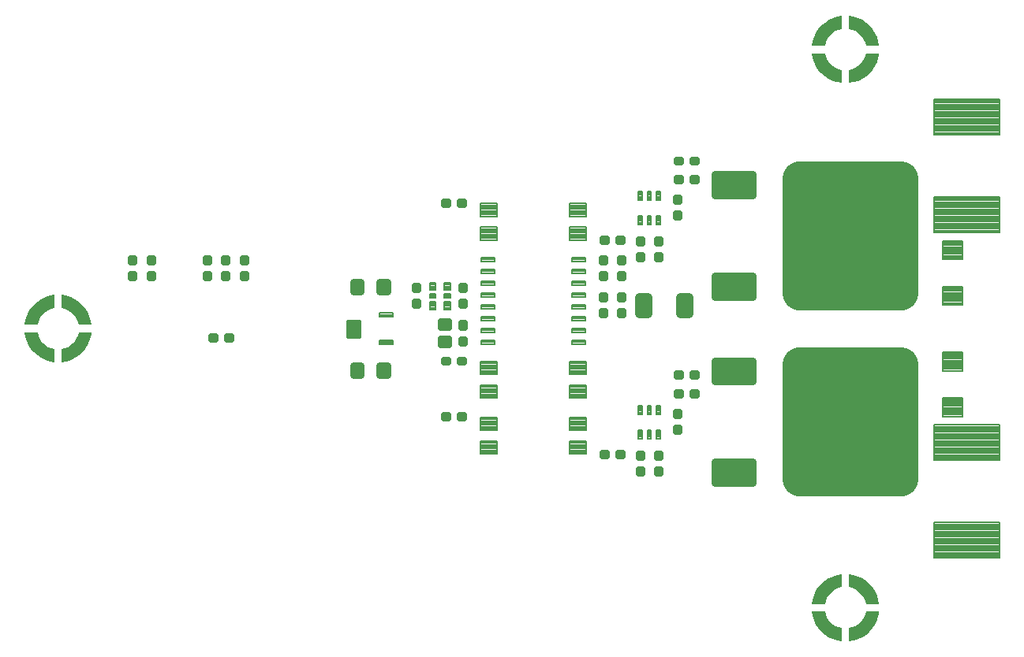
<source format=gbr>
G04 EAGLE Gerber RS-274X export*
G75*
%MOMM*%
%FSLAX34Y34*%
%LPD*%
%INSolderpaste Top*%
%IPPOS*%
%AMOC8*
5,1,8,0,0,1.08239X$1,22.5*%
G01*
%ADD10C,0.500000*%
%ADD11C,0.194400*%
%ADD12C,0.208000*%
%ADD13C,0.750000*%
%ADD14C,3.650000*%
%ADD15C,0.900000*%
%ADD16C,0.198000*%
%ADD17C,0.650000*%
%ADD18C,0.204000*%
%ADD19C,0.800000*%
%ADD20C,0.392500*%
%ADD21C,0.200000*%

G36*
X597963Y-296002D02*
X597963Y-296002D01*
X597965Y-296001D01*
X598821Y-292722D01*
X600161Y-289609D01*
X601956Y-286735D01*
X604164Y-284164D01*
X606735Y-281956D01*
X609609Y-280161D01*
X612722Y-278821D01*
X616001Y-277965D01*
X616003Y-277962D01*
X616005Y-277961D01*
X616005Y-277960D01*
X616005Y-263871D01*
X616004Y-263870D01*
X616001Y-263866D01*
X616000Y-263866D01*
X615999Y-263866D01*
X611172Y-264733D01*
X611172Y-264734D01*
X611171Y-264733D01*
X606505Y-266243D01*
X606504Y-266243D01*
X602083Y-268367D01*
X597988Y-271066D01*
X597988Y-271067D01*
X597987Y-271067D01*
X594293Y-274293D01*
X591067Y-277987D01*
X591067Y-277988D01*
X591066Y-277988D01*
X588367Y-282083D01*
X586243Y-286504D01*
X586243Y-286505D01*
X584733Y-291171D01*
X584734Y-291172D01*
X584733Y-291172D01*
X584700Y-291359D01*
X584699Y-291359D01*
X584696Y-291379D01*
X584692Y-291399D01*
X584689Y-291419D01*
X584685Y-291439D01*
X584682Y-291459D01*
X584678Y-291479D01*
X584607Y-291874D01*
X584603Y-291894D01*
X584600Y-291914D01*
X584596Y-291934D01*
X584593Y-291954D01*
X584589Y-291974D01*
X584585Y-291994D01*
X584514Y-292389D01*
X584511Y-292409D01*
X584507Y-292429D01*
X584504Y-292449D01*
X584500Y-292469D01*
X584496Y-292489D01*
X584493Y-292509D01*
X584418Y-292924D01*
X584415Y-292944D01*
X584411Y-292964D01*
X584408Y-292984D01*
X584404Y-293004D01*
X584400Y-293024D01*
X584326Y-293439D01*
X584322Y-293459D01*
X584319Y-293479D01*
X584315Y-293499D01*
X584311Y-293519D01*
X584308Y-293539D01*
X584233Y-293954D01*
X584230Y-293974D01*
X584226Y-293994D01*
X584222Y-294014D01*
X584219Y-294034D01*
X584215Y-294054D01*
X584141Y-294469D01*
X584137Y-294489D01*
X584134Y-294509D01*
X584130Y-294529D01*
X584126Y-294549D01*
X584123Y-294569D01*
X584119Y-294589D01*
X584048Y-294984D01*
X584045Y-295004D01*
X584041Y-295024D01*
X584037Y-295044D01*
X584034Y-295064D01*
X584030Y-295084D01*
X584027Y-295104D01*
X583956Y-295499D01*
X583952Y-295519D01*
X583948Y-295539D01*
X583945Y-295559D01*
X583941Y-295579D01*
X583938Y-295599D01*
X583934Y-295619D01*
X583866Y-295999D01*
X583866Y-296000D01*
X583869Y-296005D01*
X583870Y-296004D01*
X583871Y-296005D01*
X597960Y-296005D01*
X597963Y-296002D01*
G37*
G36*
X616000Y263866D02*
X616000Y263866D01*
X616005Y263869D01*
X616004Y263870D01*
X616005Y263871D01*
X616005Y277960D01*
X616002Y277963D01*
X616001Y277965D01*
X612722Y278821D01*
X609609Y280161D01*
X606735Y281956D01*
X604164Y284164D01*
X601956Y286735D01*
X600161Y289609D01*
X598821Y292722D01*
X597965Y296001D01*
X597961Y296004D01*
X597960Y296005D01*
X583871Y296005D01*
X583870Y296004D01*
X583866Y296001D01*
X583866Y296000D01*
X583866Y295999D01*
X584733Y291172D01*
X584734Y291172D01*
X584733Y291171D01*
X586243Y286505D01*
X586243Y286504D01*
X588367Y282083D01*
X591066Y277988D01*
X591067Y277988D01*
X591067Y277987D01*
X594293Y274293D01*
X597987Y271067D01*
X597988Y271067D01*
X597988Y271066D01*
X602083Y268367D01*
X606504Y266243D01*
X606505Y266243D01*
X611171Y264733D01*
X611172Y264734D01*
X611172Y264733D01*
X615999Y263866D01*
X616000Y263866D01*
G37*
G36*
X597963Y303998D02*
X597963Y303998D01*
X597965Y303999D01*
X598821Y307278D01*
X600161Y310391D01*
X601956Y313265D01*
X604164Y315836D01*
X606735Y318044D01*
X609609Y319839D01*
X612722Y321179D01*
X616001Y322035D01*
X616004Y322039D01*
X616005Y322040D01*
X616005Y336129D01*
X616005Y336130D01*
X616004Y336130D01*
X616001Y336134D01*
X616000Y336134D01*
X615999Y336134D01*
X611172Y335267D01*
X611172Y335266D01*
X611171Y335267D01*
X606505Y333757D01*
X606504Y333757D01*
X602083Y331633D01*
X597988Y328934D01*
X597988Y328933D01*
X597987Y328933D01*
X594293Y325707D01*
X591067Y322013D01*
X591067Y322012D01*
X591066Y322012D01*
X588367Y317917D01*
X586243Y313496D01*
X586243Y313495D01*
X584733Y308829D01*
X584734Y308828D01*
X584733Y308828D01*
X584729Y308805D01*
X584702Y308656D01*
X584696Y308622D01*
X584669Y308473D01*
X584669Y308472D01*
X584663Y308438D01*
X584657Y308403D01*
X584630Y308254D01*
X584624Y308219D01*
X584597Y308070D01*
X584591Y308035D01*
X584584Y308000D01*
X584558Y307851D01*
X584551Y307817D01*
X584525Y307668D01*
X584518Y307633D01*
X584512Y307598D01*
X584485Y307449D01*
X584479Y307414D01*
X584452Y307265D01*
X584446Y307230D01*
X584440Y307196D01*
X584440Y307195D01*
X584413Y307046D01*
X584407Y307012D01*
X584380Y306863D01*
X584374Y306828D01*
X584368Y306793D01*
X584341Y306644D01*
X584335Y306609D01*
X584334Y306609D01*
X584308Y306460D01*
X584301Y306425D01*
X584295Y306391D01*
X584268Y306242D01*
X584262Y306207D01*
X584256Y306172D01*
X584235Y306058D01*
X584229Y306023D01*
X584223Y305988D01*
X584196Y305839D01*
X584190Y305804D01*
X584184Y305770D01*
X584184Y305769D01*
X584157Y305620D01*
X584151Y305586D01*
X584124Y305437D01*
X584118Y305402D01*
X584111Y305367D01*
X584085Y305218D01*
X584078Y305183D01*
X584052Y305034D01*
X584051Y305034D01*
X584045Y304999D01*
X584039Y304965D01*
X584012Y304816D01*
X584012Y304815D01*
X584006Y304781D01*
X583979Y304632D01*
X583973Y304597D01*
X583967Y304562D01*
X583940Y304413D01*
X583934Y304378D01*
X583907Y304229D01*
X583901Y304194D01*
X583894Y304160D01*
X583868Y304011D01*
X583866Y304001D01*
X583866Y304000D01*
X583869Y303995D01*
X583870Y303996D01*
X583871Y303995D01*
X597960Y303995D01*
X597963Y303998D01*
G37*
G36*
X624000Y263866D02*
X624000Y263866D01*
X624001Y263866D01*
X628828Y264733D01*
X628828Y264734D01*
X628829Y264733D01*
X633495Y266243D01*
X633496Y266243D01*
X637917Y268367D01*
X642012Y271066D01*
X642012Y271067D01*
X642013Y271067D01*
X645707Y274293D01*
X648933Y277987D01*
X648933Y277988D01*
X648934Y277988D01*
X651633Y282083D01*
X653757Y286504D01*
X653757Y286505D01*
X655267Y291171D01*
X655267Y291172D01*
X655283Y291263D01*
X655289Y291298D01*
X655296Y291332D01*
X655322Y291481D01*
X655329Y291516D01*
X655355Y291665D01*
X655356Y291665D01*
X655362Y291700D01*
X655368Y291735D01*
X655395Y291884D01*
X655401Y291919D01*
X655428Y292068D01*
X655434Y292103D01*
X655440Y292137D01*
X655467Y292286D01*
X655473Y292321D01*
X655500Y292470D01*
X655506Y292505D01*
X655513Y292540D01*
X655539Y292689D01*
X655546Y292724D01*
X655572Y292873D01*
X655579Y292907D01*
X655579Y292908D01*
X655585Y292942D01*
X655612Y293091D01*
X655618Y293126D01*
X655645Y293275D01*
X655651Y293310D01*
X655657Y293345D01*
X655684Y293494D01*
X655690Y293529D01*
X655717Y293678D01*
X655723Y293712D01*
X655730Y293747D01*
X655756Y293896D01*
X655763Y293931D01*
X655789Y294080D01*
X655796Y294115D01*
X655802Y294150D01*
X655829Y294299D01*
X655835Y294333D01*
X655835Y294334D01*
X655862Y294483D01*
X655868Y294517D01*
X655874Y294552D01*
X655901Y294701D01*
X655907Y294736D01*
X655934Y294885D01*
X655940Y294920D01*
X655946Y294955D01*
X655947Y294955D01*
X655973Y295104D01*
X655980Y295138D01*
X655986Y295173D01*
X656006Y295287D01*
X656006Y295288D01*
X656013Y295322D01*
X656019Y295357D01*
X656046Y295506D01*
X656052Y295541D01*
X656058Y295576D01*
X656085Y295725D01*
X656091Y295760D01*
X656118Y295909D01*
X656124Y295943D01*
X656130Y295978D01*
X656134Y295999D01*
X656134Y296000D01*
X656131Y296005D01*
X656130Y296004D01*
X656129Y296005D01*
X642040Y296005D01*
X642037Y296002D01*
X642035Y296001D01*
X641179Y292722D01*
X639839Y289609D01*
X638044Y286735D01*
X635836Y284164D01*
X633265Y281956D01*
X630391Y280161D01*
X627278Y278821D01*
X623999Y277965D01*
X623996Y277961D01*
X623995Y277960D01*
X623995Y263871D01*
X623996Y263870D01*
X623999Y263866D01*
X624000Y263866D01*
G37*
G36*
X-220999Y-36134D02*
X-220999Y-36134D01*
X-216172Y-35267D01*
X-216172Y-35266D01*
X-216171Y-35267D01*
X-211505Y-33757D01*
X-211504Y-33757D01*
X-207083Y-31633D01*
X-202988Y-28934D01*
X-202988Y-28933D01*
X-202987Y-28933D01*
X-199293Y-25707D01*
X-196067Y-22013D01*
X-196067Y-22012D01*
X-196066Y-22012D01*
X-193367Y-17917D01*
X-191243Y-13496D01*
X-191243Y-13495D01*
X-189733Y-8829D01*
X-189734Y-8828D01*
X-189733Y-8828D01*
X-189729Y-8805D01*
X-189725Y-8785D01*
X-189722Y-8765D01*
X-189718Y-8745D01*
X-189715Y-8725D01*
X-189711Y-8705D01*
X-189707Y-8685D01*
X-189636Y-8290D01*
X-189633Y-8270D01*
X-189629Y-8250D01*
X-189626Y-8230D01*
X-189622Y-8210D01*
X-189619Y-8190D01*
X-189618Y-8190D01*
X-189615Y-8170D01*
X-189544Y-7775D01*
X-189540Y-7755D01*
X-189537Y-7735D01*
X-189533Y-7715D01*
X-189530Y-7695D01*
X-189526Y-7675D01*
X-189522Y-7655D01*
X-189448Y-7240D01*
X-189444Y-7220D01*
X-189441Y-7200D01*
X-189437Y-7180D01*
X-189433Y-7160D01*
X-189430Y-7140D01*
X-189355Y-6725D01*
X-189352Y-6705D01*
X-189348Y-6685D01*
X-189345Y-6665D01*
X-189344Y-6665D01*
X-189341Y-6645D01*
X-189337Y-6625D01*
X-189263Y-6210D01*
X-189259Y-6190D01*
X-189256Y-6170D01*
X-189252Y-6150D01*
X-189248Y-6130D01*
X-189245Y-6110D01*
X-189170Y-5695D01*
X-189167Y-5675D01*
X-189163Y-5655D01*
X-189159Y-5635D01*
X-189156Y-5615D01*
X-189152Y-5595D01*
X-189149Y-5575D01*
X-189078Y-5180D01*
X-189074Y-5160D01*
X-189071Y-5140D01*
X-189070Y-5140D01*
X-189067Y-5120D01*
X-189063Y-5100D01*
X-189060Y-5080D01*
X-189056Y-5060D01*
X-188985Y-4665D01*
X-188982Y-4645D01*
X-188978Y-4625D01*
X-188974Y-4605D01*
X-188971Y-4585D01*
X-188967Y-4565D01*
X-188964Y-4545D01*
X-188889Y-4130D01*
X-188885Y-4110D01*
X-188882Y-4090D01*
X-188878Y-4070D01*
X-188875Y-4050D01*
X-188871Y-4030D01*
X-188866Y-4001D01*
X-188866Y-4000D01*
X-188869Y-3995D01*
X-188870Y-3996D01*
X-188871Y-3995D01*
X-202960Y-3995D01*
X-202963Y-3998D01*
X-202965Y-3999D01*
X-203821Y-7278D01*
X-205161Y-10391D01*
X-206956Y-13265D01*
X-209164Y-15836D01*
X-211735Y-18044D01*
X-214609Y-19839D01*
X-217722Y-21179D01*
X-221001Y-22035D01*
X-221004Y-22039D01*
X-221005Y-22040D01*
X-221005Y-36129D01*
X-221005Y-36130D01*
X-221004Y-36130D01*
X-221001Y-36134D01*
X-221000Y-36134D01*
X-220999Y-36134D01*
G37*
G36*
X616002Y-336132D02*
X616002Y-336132D01*
X616005Y-336131D01*
X616004Y-336130D01*
X616005Y-336130D01*
X616005Y-336129D01*
X616005Y-322040D01*
X616002Y-322037D01*
X616001Y-322035D01*
X612722Y-321179D01*
X609609Y-319839D01*
X606735Y-318044D01*
X604164Y-315836D01*
X601956Y-313265D01*
X600161Y-310391D01*
X598821Y-307278D01*
X597965Y-303999D01*
X597961Y-303996D01*
X597960Y-303995D01*
X583871Y-303995D01*
X583870Y-303996D01*
X583866Y-303999D01*
X583866Y-304000D01*
X583866Y-304001D01*
X584733Y-308828D01*
X584734Y-308828D01*
X584733Y-308829D01*
X586243Y-313495D01*
X586243Y-313496D01*
X588367Y-317917D01*
X591066Y-322012D01*
X591067Y-322012D01*
X591067Y-322013D01*
X594293Y-325707D01*
X597987Y-328933D01*
X597988Y-328933D01*
X597988Y-328934D01*
X602083Y-331633D01*
X606504Y-333757D01*
X606505Y-333757D01*
X611171Y-335267D01*
X611172Y-335267D01*
X615999Y-336134D01*
X616000Y-336134D01*
X616002Y-336132D01*
G37*
G36*
X-188871Y3995D02*
X-188871Y3995D01*
X-188870Y3996D01*
X-188866Y3999D01*
X-188866Y4000D01*
X-188866Y4001D01*
X-189733Y8828D01*
X-189734Y8828D01*
X-189733Y8829D01*
X-191243Y13495D01*
X-191243Y13496D01*
X-193367Y17917D01*
X-196066Y22012D01*
X-196067Y22012D01*
X-196067Y22013D01*
X-199293Y25707D01*
X-202987Y28933D01*
X-202988Y28933D01*
X-202988Y28934D01*
X-207083Y31633D01*
X-211504Y33757D01*
X-211505Y33757D01*
X-216171Y35267D01*
X-216172Y35267D01*
X-220999Y36134D01*
X-221000Y36134D01*
X-221005Y36131D01*
X-221004Y36130D01*
X-221005Y36129D01*
X-221005Y22040D01*
X-221002Y22037D01*
X-221001Y22035D01*
X-217722Y21179D01*
X-214609Y19839D01*
X-211735Y18044D01*
X-209164Y15836D01*
X-206956Y13265D01*
X-205161Y10391D01*
X-203821Y7278D01*
X-202965Y3999D01*
X-202961Y3996D01*
X-202960Y3995D01*
X-188871Y3995D01*
X-188871Y3995D01*
G37*
G36*
X656129Y-296005D02*
X656129Y-296005D01*
X656130Y-296005D01*
X656130Y-296004D01*
X656134Y-296001D01*
X656134Y-296000D01*
X656134Y-295999D01*
X655267Y-291172D01*
X655266Y-291172D01*
X655267Y-291171D01*
X653757Y-286505D01*
X653757Y-286504D01*
X651633Y-282083D01*
X648934Y-277988D01*
X648933Y-277988D01*
X648933Y-277987D01*
X645707Y-274293D01*
X642013Y-271067D01*
X642012Y-271067D01*
X642012Y-271066D01*
X637917Y-268367D01*
X633496Y-266243D01*
X633495Y-266243D01*
X628829Y-264733D01*
X628828Y-264734D01*
X628828Y-264733D01*
X624001Y-263866D01*
X624000Y-263866D01*
X623995Y-263869D01*
X623996Y-263870D01*
X623995Y-263871D01*
X623995Y-277960D01*
X623998Y-277963D01*
X623999Y-277965D01*
X627278Y-278821D01*
X630391Y-280161D01*
X633265Y-281956D01*
X635836Y-284164D01*
X638044Y-286735D01*
X639839Y-289609D01*
X641179Y-292722D01*
X642035Y-296001D01*
X642039Y-296004D01*
X642040Y-296005D01*
X656129Y-296005D01*
X656129Y-296005D01*
G37*
G36*
X-247037Y3998D02*
X-247037Y3998D01*
X-247035Y3999D01*
X-246179Y7278D01*
X-244839Y10391D01*
X-243044Y13265D01*
X-240836Y15836D01*
X-238265Y18044D01*
X-235391Y19839D01*
X-232278Y21179D01*
X-228999Y22035D01*
X-228996Y22039D01*
X-228995Y22040D01*
X-228995Y36129D01*
X-228995Y36130D01*
X-228996Y36130D01*
X-228999Y36134D01*
X-229000Y36134D01*
X-229001Y36134D01*
X-233828Y35267D01*
X-233828Y35266D01*
X-233829Y35267D01*
X-238495Y33757D01*
X-238496Y33757D01*
X-242917Y31633D01*
X-247012Y28934D01*
X-247012Y28933D01*
X-247013Y28933D01*
X-250707Y25707D01*
X-253933Y22013D01*
X-253933Y22012D01*
X-253934Y22012D01*
X-256633Y17917D01*
X-258757Y13496D01*
X-258757Y13495D01*
X-260267Y8829D01*
X-260267Y8828D01*
X-260271Y8805D01*
X-260298Y8656D01*
X-260304Y8622D01*
X-260331Y8473D01*
X-260331Y8472D01*
X-260337Y8438D01*
X-260343Y8403D01*
X-260370Y8254D01*
X-260376Y8219D01*
X-260403Y8070D01*
X-260409Y8035D01*
X-260416Y8000D01*
X-260442Y7851D01*
X-260449Y7817D01*
X-260475Y7668D01*
X-260482Y7633D01*
X-260488Y7598D01*
X-260515Y7449D01*
X-260521Y7414D01*
X-260548Y7265D01*
X-260554Y7230D01*
X-260560Y7196D01*
X-260560Y7195D01*
X-260587Y7046D01*
X-260593Y7012D01*
X-260620Y6863D01*
X-260626Y6828D01*
X-260632Y6793D01*
X-260633Y6793D01*
X-260659Y6644D01*
X-260666Y6609D01*
X-260692Y6460D01*
X-260699Y6425D01*
X-260705Y6391D01*
X-260732Y6242D01*
X-260738Y6207D01*
X-260744Y6172D01*
X-260765Y6058D01*
X-260771Y6023D01*
X-260777Y5988D01*
X-260804Y5839D01*
X-260810Y5804D01*
X-260816Y5770D01*
X-260816Y5769D01*
X-260843Y5620D01*
X-260849Y5586D01*
X-260876Y5437D01*
X-260882Y5402D01*
X-260889Y5367D01*
X-260915Y5218D01*
X-260916Y5218D01*
X-260922Y5183D01*
X-260949Y5034D01*
X-260955Y4999D01*
X-260961Y4965D01*
X-260988Y4816D01*
X-260988Y4815D01*
X-260994Y4781D01*
X-261021Y4632D01*
X-261027Y4597D01*
X-261033Y4562D01*
X-261060Y4413D01*
X-261066Y4378D01*
X-261093Y4229D01*
X-261099Y4194D01*
X-261106Y4160D01*
X-261132Y4011D01*
X-261134Y4001D01*
X-261134Y4000D01*
X-261131Y3995D01*
X-261130Y3996D01*
X-261129Y3995D01*
X-247040Y3995D01*
X-247037Y3998D01*
G37*
G36*
X624001Y-336134D02*
X624001Y-336134D01*
X628828Y-335267D01*
X628828Y-335266D01*
X628829Y-335267D01*
X633495Y-333757D01*
X633496Y-333757D01*
X637917Y-331633D01*
X642012Y-328934D01*
X642012Y-328933D01*
X642013Y-328933D01*
X645707Y-325707D01*
X648933Y-322013D01*
X648933Y-322012D01*
X648934Y-322012D01*
X651633Y-317917D01*
X653757Y-313496D01*
X653757Y-313495D01*
X655267Y-308829D01*
X655267Y-308828D01*
X655271Y-308805D01*
X655275Y-308785D01*
X655278Y-308765D01*
X655282Y-308745D01*
X655285Y-308725D01*
X655289Y-308705D01*
X655293Y-308685D01*
X655364Y-308290D01*
X655367Y-308270D01*
X655371Y-308250D01*
X655374Y-308230D01*
X655378Y-308210D01*
X655382Y-308190D01*
X655385Y-308170D01*
X655456Y-307775D01*
X655460Y-307755D01*
X655463Y-307735D01*
X655467Y-307715D01*
X655470Y-307695D01*
X655474Y-307675D01*
X655478Y-307655D01*
X655552Y-307240D01*
X655556Y-307220D01*
X655559Y-307200D01*
X655563Y-307180D01*
X655567Y-307160D01*
X655570Y-307140D01*
X655645Y-306725D01*
X655648Y-306705D01*
X655652Y-306685D01*
X655656Y-306665D01*
X655659Y-306645D01*
X655663Y-306625D01*
X655737Y-306210D01*
X655741Y-306190D01*
X655744Y-306170D01*
X655748Y-306150D01*
X655752Y-306130D01*
X655755Y-306110D01*
X655830Y-305695D01*
X655833Y-305675D01*
X655837Y-305655D01*
X655841Y-305635D01*
X655844Y-305615D01*
X655848Y-305595D01*
X655851Y-305575D01*
X655922Y-305180D01*
X655926Y-305160D01*
X655930Y-305140D01*
X655933Y-305120D01*
X655937Y-305100D01*
X655940Y-305080D01*
X655944Y-305060D01*
X656015Y-304665D01*
X656018Y-304645D01*
X656022Y-304625D01*
X656026Y-304605D01*
X656029Y-304585D01*
X656033Y-304565D01*
X656036Y-304545D01*
X656111Y-304130D01*
X656115Y-304110D01*
X656118Y-304090D01*
X656122Y-304070D01*
X656125Y-304050D01*
X656129Y-304030D01*
X656134Y-304001D01*
X656134Y-304000D01*
X656131Y-303995D01*
X656130Y-303996D01*
X656129Y-303995D01*
X642040Y-303995D01*
X642037Y-303998D01*
X642035Y-303999D01*
X641179Y-307278D01*
X639839Y-310391D01*
X638044Y-313265D01*
X635836Y-315836D01*
X633265Y-318044D01*
X630391Y-319839D01*
X627278Y-321179D01*
X623999Y-322035D01*
X623996Y-322039D01*
X623995Y-322040D01*
X623995Y-336129D01*
X623995Y-336130D01*
X623996Y-336130D01*
X623999Y-336134D01*
X624000Y-336134D01*
X624001Y-336134D01*
G37*
G36*
X-228998Y-36132D02*
X-228998Y-36132D01*
X-228995Y-36131D01*
X-228996Y-36130D01*
X-228995Y-36130D01*
X-228995Y-36129D01*
X-228995Y-22040D01*
X-228998Y-22037D01*
X-228999Y-22035D01*
X-232278Y-21179D01*
X-235391Y-19839D01*
X-238265Y-18044D01*
X-240836Y-15836D01*
X-243044Y-13265D01*
X-244839Y-10391D01*
X-246179Y-7278D01*
X-247035Y-3999D01*
X-247039Y-3996D01*
X-247040Y-3995D01*
X-261129Y-3995D01*
X-261130Y-3995D01*
X-261130Y-3996D01*
X-261134Y-3999D01*
X-261134Y-4000D01*
X-261134Y-4001D01*
X-260267Y-8828D01*
X-260266Y-8828D01*
X-260267Y-8829D01*
X-258757Y-13495D01*
X-258757Y-13496D01*
X-256633Y-17917D01*
X-253934Y-22012D01*
X-253933Y-22012D01*
X-253933Y-22013D01*
X-250707Y-25707D01*
X-247013Y-28933D01*
X-247012Y-28933D01*
X-247012Y-28934D01*
X-242917Y-31633D01*
X-238496Y-33757D01*
X-238495Y-33757D01*
X-233829Y-35267D01*
X-233828Y-35267D01*
X-229001Y-36134D01*
X-229000Y-36134D01*
X-228998Y-36132D01*
G37*
G36*
X656129Y303995D02*
X656129Y303995D01*
X656130Y303995D01*
X656130Y303996D01*
X656134Y303999D01*
X656134Y304000D01*
X656134Y304001D01*
X655267Y308828D01*
X655266Y308828D01*
X655267Y308829D01*
X653757Y313495D01*
X653757Y313496D01*
X651633Y317917D01*
X648934Y322012D01*
X648933Y322012D01*
X648933Y322013D01*
X645707Y325707D01*
X642013Y328933D01*
X642012Y328933D01*
X642012Y328934D01*
X637917Y331633D01*
X633496Y333757D01*
X633495Y333757D01*
X628829Y335267D01*
X628828Y335267D01*
X624001Y336134D01*
X624000Y336134D01*
X623995Y336131D01*
X623996Y336130D01*
X623995Y336129D01*
X623995Y322040D01*
X623998Y322037D01*
X623999Y322035D01*
X627278Y321179D01*
X630391Y319839D01*
X633265Y318044D01*
X635836Y315836D01*
X638044Y313265D01*
X639839Y310391D01*
X641179Y307278D01*
X642035Y303999D01*
X642039Y303996D01*
X642040Y303995D01*
X656129Y303995D01*
X656129Y303995D01*
G37*
D10*
X-44500Y-7500D02*
X-38500Y-7500D01*
X-38500Y-12500D01*
X-44500Y-12500D01*
X-44500Y-7500D01*
X-44500Y-7750D02*
X-38500Y-7750D01*
X-55500Y-7500D02*
X-61500Y-7500D01*
X-55500Y-7500D02*
X-55500Y-12500D01*
X-61500Y-12500D01*
X-61500Y-7500D01*
X-61500Y-7750D02*
X-55500Y-7750D01*
X377500Y30500D02*
X377500Y36500D01*
X382500Y36500D01*
X382500Y30500D01*
X377500Y30500D01*
X377500Y35250D02*
X382500Y35250D01*
X377500Y19500D02*
X377500Y13500D01*
X377500Y19500D02*
X382500Y19500D01*
X382500Y13500D01*
X377500Y13500D01*
X377500Y18250D02*
X382500Y18250D01*
X438500Y177500D02*
X444500Y177500D01*
X438500Y177500D02*
X438500Y182500D01*
X444500Y182500D01*
X444500Y177500D01*
X444500Y182250D02*
X438500Y182250D01*
X455500Y177500D02*
X461500Y177500D01*
X455500Y177500D02*
X455500Y182500D01*
X461500Y182500D01*
X461500Y177500D01*
X461500Y182250D02*
X455500Y182250D01*
X444500Y157500D02*
X438500Y157500D01*
X438500Y162500D01*
X444500Y162500D01*
X444500Y157500D01*
X444500Y162250D02*
X438500Y162250D01*
X455500Y157500D02*
X461500Y157500D01*
X455500Y157500D02*
X455500Y162500D01*
X461500Y162500D01*
X461500Y157500D01*
X461500Y162250D02*
X455500Y162250D01*
D11*
X724672Y45328D02*
X724672Y25672D01*
X724672Y45328D02*
X745328Y45328D01*
X745328Y25672D01*
X724672Y25672D01*
X724672Y27519D02*
X745328Y27519D01*
X745328Y29366D02*
X724672Y29366D01*
X724672Y31213D02*
X745328Y31213D01*
X745328Y33060D02*
X724672Y33060D01*
X724672Y34907D02*
X745328Y34907D01*
X745328Y36754D02*
X724672Y36754D01*
X724672Y38601D02*
X745328Y38601D01*
X745328Y40448D02*
X724672Y40448D01*
X724672Y42295D02*
X745328Y42295D01*
X745328Y44142D02*
X724672Y44142D01*
X724672Y74672D02*
X724672Y94328D01*
X745328Y94328D01*
X745328Y74672D01*
X724672Y74672D01*
X724672Y76519D02*
X745328Y76519D01*
X745328Y78366D02*
X724672Y78366D01*
X724672Y80213D02*
X745328Y80213D01*
X745328Y82060D02*
X724672Y82060D01*
X724672Y83907D02*
X745328Y83907D01*
X745328Y85754D02*
X724672Y85754D01*
X724672Y87601D02*
X745328Y87601D01*
X745328Y89448D02*
X724672Y89448D01*
X724672Y91295D02*
X745328Y91295D01*
X745328Y93142D02*
X724672Y93142D01*
D12*
X228340Y120740D02*
X228340Y134660D01*
X246260Y134660D01*
X246260Y120740D01*
X228340Y120740D01*
X228340Y122716D02*
X246260Y122716D01*
X246260Y124692D02*
X228340Y124692D01*
X228340Y126668D02*
X246260Y126668D01*
X246260Y128644D02*
X228340Y128644D01*
X228340Y130620D02*
X246260Y130620D01*
X246260Y132596D02*
X228340Y132596D01*
X228340Y134572D02*
X246260Y134572D01*
X228340Y109260D02*
X228340Y95340D01*
X228340Y109260D02*
X246260Y109260D01*
X246260Y95340D01*
X228340Y95340D01*
X228340Y97316D02*
X246260Y97316D01*
X246260Y99292D02*
X228340Y99292D01*
X228340Y101268D02*
X246260Y101268D01*
X246260Y103244D02*
X228340Y103244D01*
X228340Y105220D02*
X246260Y105220D01*
X246260Y107196D02*
X228340Y107196D01*
X228340Y109172D02*
X246260Y109172D01*
X341660Y109260D02*
X341660Y95340D01*
X323740Y95340D01*
X323740Y109260D01*
X341660Y109260D01*
X341660Y97316D02*
X323740Y97316D01*
X323740Y99292D02*
X341660Y99292D01*
X341660Y101268D02*
X323740Y101268D01*
X323740Y103244D02*
X341660Y103244D01*
X341660Y105220D02*
X323740Y105220D01*
X323740Y107196D02*
X341660Y107196D01*
X341660Y109172D02*
X323740Y109172D01*
X341660Y120740D02*
X341660Y134660D01*
X341660Y120740D02*
X323740Y120740D01*
X323740Y134660D01*
X341660Y134660D01*
X341660Y122716D02*
X323740Y122716D01*
X323740Y124692D02*
X341660Y124692D01*
X341660Y126668D02*
X323740Y126668D01*
X323740Y128644D02*
X341660Y128644D01*
X341660Y130620D02*
X323740Y130620D01*
X323740Y132596D02*
X341660Y132596D01*
X341660Y134572D02*
X323740Y134572D01*
D10*
X438500Y-52500D02*
X444500Y-52500D01*
X438500Y-52500D02*
X438500Y-47500D01*
X444500Y-47500D01*
X444500Y-52500D01*
X444500Y-47750D02*
X438500Y-47750D01*
X455500Y-52500D02*
X461500Y-52500D01*
X455500Y-52500D02*
X455500Y-47500D01*
X461500Y-47500D01*
X461500Y-52500D01*
X461500Y-47750D02*
X455500Y-47750D01*
X444500Y-72500D02*
X438500Y-72500D01*
X438500Y-67500D01*
X444500Y-67500D01*
X444500Y-72500D01*
X444500Y-67750D02*
X438500Y-67750D01*
X455500Y-72500D02*
X461500Y-72500D01*
X455500Y-72500D02*
X455500Y-67500D01*
X461500Y-67500D01*
X461500Y-72500D01*
X461500Y-67750D02*
X455500Y-67750D01*
D11*
X745328Y-45328D02*
X745328Y-25672D01*
X745328Y-45328D02*
X724672Y-45328D01*
X724672Y-25672D01*
X745328Y-25672D01*
X745328Y-43481D02*
X724672Y-43481D01*
X724672Y-41634D02*
X745328Y-41634D01*
X745328Y-39787D02*
X724672Y-39787D01*
X724672Y-37940D02*
X745328Y-37940D01*
X745328Y-36093D02*
X724672Y-36093D01*
X724672Y-34246D02*
X745328Y-34246D01*
X745328Y-32399D02*
X724672Y-32399D01*
X724672Y-30552D02*
X745328Y-30552D01*
X745328Y-28705D02*
X724672Y-28705D01*
X724672Y-26858D02*
X745328Y-26858D01*
X745328Y-74672D02*
X745328Y-94328D01*
X724672Y-94328D01*
X724672Y-74672D01*
X745328Y-74672D01*
X745328Y-92481D02*
X724672Y-92481D01*
X724672Y-90634D02*
X745328Y-90634D01*
X745328Y-88787D02*
X724672Y-88787D01*
X724672Y-86940D02*
X745328Y-86940D01*
X745328Y-85093D02*
X724672Y-85093D01*
X724672Y-83246D02*
X745328Y-83246D01*
X745328Y-81399D02*
X724672Y-81399D01*
X724672Y-79552D02*
X745328Y-79552D01*
X745328Y-77705D02*
X724672Y-77705D01*
X724672Y-75858D02*
X745328Y-75858D01*
D12*
X228340Y-95340D02*
X228340Y-109260D01*
X228340Y-95340D02*
X246260Y-95340D01*
X246260Y-109260D01*
X228340Y-109260D01*
X228340Y-107284D02*
X246260Y-107284D01*
X246260Y-105308D02*
X228340Y-105308D01*
X228340Y-103332D02*
X246260Y-103332D01*
X246260Y-101356D02*
X228340Y-101356D01*
X228340Y-99380D02*
X246260Y-99380D01*
X246260Y-97404D02*
X228340Y-97404D01*
X228340Y-95428D02*
X246260Y-95428D01*
X228340Y-120740D02*
X228340Y-134660D01*
X228340Y-120740D02*
X246260Y-120740D01*
X246260Y-134660D01*
X228340Y-134660D01*
X228340Y-132684D02*
X246260Y-132684D01*
X246260Y-130708D02*
X228340Y-130708D01*
X228340Y-128732D02*
X246260Y-128732D01*
X246260Y-126756D02*
X228340Y-126756D01*
X228340Y-124780D02*
X246260Y-124780D01*
X246260Y-122804D02*
X228340Y-122804D01*
X228340Y-120828D02*
X246260Y-120828D01*
X341660Y-120740D02*
X341660Y-134660D01*
X323740Y-134660D01*
X323740Y-120740D01*
X341660Y-120740D01*
X341660Y-132684D02*
X323740Y-132684D01*
X323740Y-130708D02*
X341660Y-130708D01*
X341660Y-128732D02*
X323740Y-128732D01*
X323740Y-126756D02*
X341660Y-126756D01*
X341660Y-124780D02*
X323740Y-124780D01*
X323740Y-122804D02*
X341660Y-122804D01*
X341660Y-120828D02*
X323740Y-120828D01*
X341660Y-109260D02*
X341660Y-95340D01*
X341660Y-109260D02*
X323740Y-109260D01*
X323740Y-95340D01*
X341660Y-95340D01*
X341660Y-107284D02*
X323740Y-107284D01*
X323740Y-105308D02*
X341660Y-105308D01*
X341660Y-103332D02*
X323740Y-103332D01*
X323740Y-101356D02*
X341660Y-101356D01*
X341660Y-99380D02*
X323740Y-99380D01*
X323740Y-97404D02*
X341660Y-97404D01*
X341660Y-95428D02*
X323740Y-95428D01*
D10*
X-27500Y70500D02*
X-27500Y76500D01*
X-22500Y76500D01*
X-22500Y70500D01*
X-27500Y70500D01*
X-27500Y75250D02*
X-22500Y75250D01*
X-27500Y59500D02*
X-27500Y53500D01*
X-27500Y59500D02*
X-22500Y59500D01*
X-22500Y53500D01*
X-27500Y53500D01*
X-27500Y58250D02*
X-22500Y58250D01*
D13*
X479750Y56750D02*
X520250Y56750D01*
X520250Y34250D01*
X479750Y34250D01*
X479750Y56750D01*
X479750Y41375D02*
X520250Y41375D01*
X520250Y48500D02*
X479750Y48500D01*
X479750Y55625D02*
X520250Y55625D01*
X520250Y165750D02*
X479750Y165750D01*
X520250Y165750D02*
X520250Y143250D01*
X479750Y143250D01*
X479750Y165750D01*
X479750Y150375D02*
X520250Y150375D01*
X520250Y157500D02*
X479750Y157500D01*
X479750Y164625D02*
X520250Y164625D01*
D14*
X570250Y161750D02*
X679750Y161750D01*
X679750Y38250D01*
X570250Y38250D01*
X570250Y161750D01*
X570250Y72925D02*
X679750Y72925D01*
X679750Y107600D02*
X570250Y107600D01*
X570250Y142275D02*
X679750Y142275D01*
D13*
X520250Y-143250D02*
X479750Y-143250D01*
X520250Y-143250D02*
X520250Y-165750D01*
X479750Y-165750D01*
X479750Y-143250D01*
X479750Y-158625D02*
X520250Y-158625D01*
X520250Y-151500D02*
X479750Y-151500D01*
X479750Y-144375D02*
X520250Y-144375D01*
X520250Y-34250D02*
X479750Y-34250D01*
X520250Y-34250D02*
X520250Y-56750D01*
X479750Y-56750D01*
X479750Y-34250D01*
X479750Y-49625D02*
X520250Y-49625D01*
X520250Y-42500D02*
X479750Y-42500D01*
X479750Y-35375D02*
X520250Y-35375D01*
D14*
X570250Y-38250D02*
X679750Y-38250D01*
X679750Y-161750D01*
X570250Y-161750D01*
X570250Y-38250D01*
X570250Y-127075D02*
X679750Y-127075D01*
X679750Y-92400D02*
X570250Y-92400D01*
X570250Y-57725D02*
X679750Y-57725D01*
D15*
X407500Y16000D02*
X398500Y16000D01*
X398500Y34000D01*
X407500Y34000D01*
X407500Y16000D01*
X407500Y24550D02*
X398500Y24550D01*
X398500Y33100D02*
X407500Y33100D01*
X442500Y16000D02*
X451500Y16000D01*
X442500Y16000D02*
X442500Y34000D01*
X451500Y34000D01*
X451500Y16000D01*
X451500Y24550D02*
X442500Y24550D01*
X442500Y33100D02*
X451500Y33100D01*
D10*
X442500Y118500D02*
X442500Y124500D01*
X442500Y118500D02*
X437500Y118500D01*
X437500Y124500D01*
X442500Y124500D01*
X442500Y123250D02*
X437500Y123250D01*
X442500Y135500D02*
X442500Y141500D01*
X442500Y135500D02*
X437500Y135500D01*
X437500Y141500D01*
X442500Y141500D01*
X442500Y140250D02*
X437500Y140250D01*
X442500Y-105500D02*
X442500Y-111500D01*
X437500Y-111500D01*
X437500Y-105500D01*
X442500Y-105500D01*
X442500Y-106750D02*
X437500Y-106750D01*
X442500Y-94500D02*
X442500Y-88500D01*
X442500Y-94500D02*
X437500Y-94500D01*
X437500Y-88500D01*
X442500Y-88500D01*
X442500Y-89750D02*
X437500Y-89750D01*
X194500Y132500D02*
X188500Y132500D01*
X188500Y137500D01*
X194500Y137500D01*
X194500Y132500D01*
X194500Y137250D02*
X188500Y137250D01*
X205500Y132500D02*
X211500Y132500D01*
X205500Y132500D02*
X205500Y137500D01*
X211500Y137500D01*
X211500Y132500D01*
X211500Y137250D02*
X205500Y137250D01*
X194500Y-97500D02*
X188500Y-97500D01*
X188500Y-92500D01*
X194500Y-92500D01*
X194500Y-97500D01*
X194500Y-92750D02*
X188500Y-92750D01*
X205500Y-97500D02*
X211500Y-97500D01*
X205500Y-97500D02*
X205500Y-92500D01*
X211500Y-92500D01*
X211500Y-97500D01*
X211500Y-92750D02*
X205500Y-92750D01*
D16*
X402010Y111990D02*
X402010Y121010D01*
X402010Y111990D02*
X397990Y111990D01*
X397990Y121010D01*
X402010Y121010D01*
X402010Y113871D02*
X397990Y113871D01*
X397990Y115752D02*
X402010Y115752D01*
X402010Y117633D02*
X397990Y117633D01*
X397990Y119514D02*
X402010Y119514D01*
X411510Y121010D02*
X411510Y111990D01*
X407490Y111990D01*
X407490Y121010D01*
X411510Y121010D01*
X411510Y113871D02*
X407490Y113871D01*
X407490Y115752D02*
X411510Y115752D01*
X411510Y117633D02*
X407490Y117633D01*
X407490Y119514D02*
X411510Y119514D01*
X421010Y121010D02*
X421010Y111990D01*
X416990Y111990D01*
X416990Y121010D01*
X421010Y121010D01*
X421010Y113871D02*
X416990Y113871D01*
X416990Y115752D02*
X421010Y115752D01*
X421010Y117633D02*
X416990Y117633D01*
X416990Y119514D02*
X421010Y119514D01*
X421010Y137990D02*
X421010Y147010D01*
X421010Y137990D02*
X416990Y137990D01*
X416990Y147010D01*
X421010Y147010D01*
X421010Y139871D02*
X416990Y139871D01*
X416990Y141752D02*
X421010Y141752D01*
X421010Y143633D02*
X416990Y143633D01*
X416990Y145514D02*
X421010Y145514D01*
X411510Y147010D02*
X411510Y137990D01*
X407490Y137990D01*
X407490Y147010D01*
X411510Y147010D01*
X411510Y139871D02*
X407490Y139871D01*
X407490Y141752D02*
X411510Y141752D01*
X411510Y143633D02*
X407490Y143633D01*
X407490Y145514D02*
X411510Y145514D01*
X402010Y147010D02*
X402010Y137990D01*
X397990Y137990D01*
X397990Y147010D01*
X402010Y147010D01*
X402010Y139871D02*
X397990Y139871D01*
X397990Y141752D02*
X402010Y141752D01*
X402010Y143633D02*
X397990Y143633D01*
X397990Y145514D02*
X402010Y145514D01*
X402010Y-108990D02*
X402010Y-118010D01*
X397990Y-118010D01*
X397990Y-108990D01*
X402010Y-108990D01*
X402010Y-116129D02*
X397990Y-116129D01*
X397990Y-114248D02*
X402010Y-114248D01*
X402010Y-112367D02*
X397990Y-112367D01*
X397990Y-110486D02*
X402010Y-110486D01*
X411510Y-108990D02*
X411510Y-118010D01*
X407490Y-118010D01*
X407490Y-108990D01*
X411510Y-108990D01*
X411510Y-116129D02*
X407490Y-116129D01*
X407490Y-114248D02*
X411510Y-114248D01*
X411510Y-112367D02*
X407490Y-112367D01*
X407490Y-110486D02*
X411510Y-110486D01*
X421010Y-108990D02*
X421010Y-118010D01*
X416990Y-118010D01*
X416990Y-108990D01*
X421010Y-108990D01*
X421010Y-116129D02*
X416990Y-116129D01*
X416990Y-114248D02*
X421010Y-114248D01*
X421010Y-112367D02*
X416990Y-112367D01*
X416990Y-110486D02*
X421010Y-110486D01*
X421010Y-92010D02*
X421010Y-82990D01*
X421010Y-92010D02*
X416990Y-92010D01*
X416990Y-82990D01*
X421010Y-82990D01*
X421010Y-90129D02*
X416990Y-90129D01*
X416990Y-88248D02*
X421010Y-88248D01*
X421010Y-86367D02*
X416990Y-86367D01*
X416990Y-84486D02*
X421010Y-84486D01*
X411510Y-82990D02*
X411510Y-92010D01*
X407490Y-92010D01*
X407490Y-82990D01*
X411510Y-82990D01*
X411510Y-90129D02*
X407490Y-90129D01*
X407490Y-88248D02*
X411510Y-88248D01*
X411510Y-86367D02*
X407490Y-86367D01*
X407490Y-84486D02*
X411510Y-84486D01*
X402010Y-82990D02*
X402010Y-92010D01*
X397990Y-92010D01*
X397990Y-82990D01*
X402010Y-82990D01*
X402010Y-90129D02*
X397990Y-90129D01*
X397990Y-88248D02*
X402010Y-88248D01*
X402010Y-86367D02*
X397990Y-86367D01*
X397990Y-84486D02*
X402010Y-84486D01*
D10*
X422500Y73500D02*
X422500Y79500D01*
X422500Y73500D02*
X417500Y73500D01*
X417500Y79500D01*
X422500Y79500D01*
X422500Y78250D02*
X417500Y78250D01*
X422500Y90500D02*
X422500Y96500D01*
X422500Y90500D02*
X417500Y90500D01*
X417500Y96500D01*
X422500Y96500D01*
X422500Y95250D02*
X417500Y95250D01*
X422500Y-150500D02*
X422500Y-156500D01*
X417500Y-156500D01*
X417500Y-150500D01*
X422500Y-150500D01*
X422500Y-151750D02*
X417500Y-151750D01*
X422500Y-139500D02*
X422500Y-133500D01*
X422500Y-139500D02*
X417500Y-139500D01*
X417500Y-133500D01*
X422500Y-133500D01*
X422500Y-134750D02*
X417500Y-134750D01*
X364500Y92500D02*
X358500Y92500D01*
X358500Y97500D01*
X364500Y97500D01*
X364500Y92500D01*
X364500Y97250D02*
X358500Y97250D01*
X375500Y92500D02*
X381500Y92500D01*
X375500Y92500D02*
X375500Y97500D01*
X381500Y97500D01*
X381500Y92500D01*
X381500Y97250D02*
X375500Y97250D01*
X364500Y-137500D02*
X358500Y-137500D01*
X358500Y-132500D01*
X364500Y-132500D01*
X364500Y-137500D01*
X364500Y-132750D02*
X358500Y-132750D01*
X375500Y-137500D02*
X381500Y-137500D01*
X375500Y-137500D02*
X375500Y-132500D01*
X381500Y-132500D01*
X381500Y-137500D01*
X381500Y-132750D02*
X375500Y-132750D01*
X397500Y90500D02*
X397500Y96500D01*
X402500Y96500D01*
X402500Y90500D01*
X397500Y90500D01*
X397500Y95250D02*
X402500Y95250D01*
X397500Y79500D02*
X397500Y73500D01*
X397500Y79500D02*
X402500Y79500D01*
X402500Y73500D01*
X397500Y73500D01*
X397500Y78250D02*
X402500Y78250D01*
X397500Y-133500D02*
X397500Y-139500D01*
X397500Y-133500D02*
X402500Y-133500D01*
X402500Y-139500D01*
X397500Y-139500D01*
X397500Y-134750D02*
X402500Y-134750D01*
X397500Y-150500D02*
X397500Y-156500D01*
X397500Y-150500D02*
X402500Y-150500D01*
X402500Y-156500D01*
X397500Y-156500D01*
X397500Y-151750D02*
X402500Y-151750D01*
X-47500Y70500D02*
X-47500Y76500D01*
X-42500Y76500D01*
X-42500Y70500D01*
X-47500Y70500D01*
X-47500Y75250D02*
X-42500Y75250D01*
X-47500Y59500D02*
X-47500Y53500D01*
X-47500Y59500D02*
X-42500Y59500D01*
X-42500Y53500D01*
X-47500Y53500D01*
X-47500Y58250D02*
X-42500Y58250D01*
X-147500Y70500D02*
X-147500Y76500D01*
X-142500Y76500D01*
X-142500Y70500D01*
X-147500Y70500D01*
X-147500Y75250D02*
X-142500Y75250D01*
X-147500Y59500D02*
X-147500Y53500D01*
X-147500Y59500D02*
X-142500Y59500D01*
X-142500Y53500D01*
X-147500Y53500D01*
X-147500Y58250D02*
X-142500Y58250D01*
X-62500Y59500D02*
X-62500Y53500D01*
X-67500Y53500D01*
X-67500Y59500D01*
X-62500Y59500D01*
X-62500Y58250D02*
X-67500Y58250D01*
X-62500Y70500D02*
X-62500Y76500D01*
X-62500Y70500D02*
X-67500Y70500D01*
X-67500Y76500D01*
X-62500Y76500D01*
X-62500Y75250D02*
X-67500Y75250D01*
D16*
X326490Y-12440D02*
X326490Y-16460D01*
X326490Y-12440D02*
X341010Y-12440D01*
X341010Y-16460D01*
X326490Y-16460D01*
X326490Y-14579D02*
X341010Y-14579D01*
X341010Y-12698D02*
X326490Y-12698D01*
X326490Y-3760D02*
X326490Y260D01*
X341010Y260D01*
X341010Y-3760D01*
X326490Y-3760D01*
X326490Y-1879D02*
X341010Y-1879D01*
X341010Y2D02*
X326490Y2D01*
X326490Y8940D02*
X326490Y12960D01*
X341010Y12960D01*
X341010Y8940D01*
X326490Y8940D01*
X326490Y10821D02*
X341010Y10821D01*
X341010Y12702D02*
X326490Y12702D01*
X326490Y21640D02*
X326490Y25660D01*
X341010Y25660D01*
X341010Y21640D01*
X326490Y21640D01*
X326490Y23521D02*
X341010Y23521D01*
X341010Y25402D02*
X326490Y25402D01*
X326490Y34340D02*
X326490Y38360D01*
X341010Y38360D01*
X341010Y34340D01*
X326490Y34340D01*
X326490Y36221D02*
X341010Y36221D01*
X341010Y38102D02*
X326490Y38102D01*
X326490Y47040D02*
X326490Y51060D01*
X341010Y51060D01*
X341010Y47040D01*
X326490Y47040D01*
X326490Y48921D02*
X341010Y48921D01*
X341010Y50802D02*
X326490Y50802D01*
X326490Y59740D02*
X326490Y63760D01*
X341010Y63760D01*
X341010Y59740D01*
X326490Y59740D01*
X326490Y61621D02*
X341010Y61621D01*
X341010Y63502D02*
X326490Y63502D01*
X326490Y72440D02*
X326490Y76460D01*
X341010Y76460D01*
X341010Y72440D01*
X326490Y72440D01*
X326490Y74321D02*
X341010Y74321D01*
X341010Y76202D02*
X326490Y76202D01*
X228990Y76460D02*
X228990Y72440D01*
X228990Y76460D02*
X243510Y76460D01*
X243510Y72440D01*
X228990Y72440D01*
X228990Y74321D02*
X243510Y74321D01*
X243510Y76202D02*
X228990Y76202D01*
X228990Y63760D02*
X228990Y59740D01*
X228990Y63760D02*
X243510Y63760D01*
X243510Y59740D01*
X228990Y59740D01*
X228990Y61621D02*
X243510Y61621D01*
X243510Y63502D02*
X228990Y63502D01*
X228990Y51060D02*
X228990Y47040D01*
X228990Y51060D02*
X243510Y51060D01*
X243510Y47040D01*
X228990Y47040D01*
X228990Y48921D02*
X243510Y48921D01*
X243510Y50802D02*
X228990Y50802D01*
X228990Y38360D02*
X228990Y34340D01*
X228990Y38360D02*
X243510Y38360D01*
X243510Y34340D01*
X228990Y34340D01*
X228990Y36221D02*
X243510Y36221D01*
X243510Y38102D02*
X228990Y38102D01*
X228990Y25660D02*
X228990Y21640D01*
X228990Y25660D02*
X243510Y25660D01*
X243510Y21640D01*
X228990Y21640D01*
X228990Y23521D02*
X243510Y23521D01*
X243510Y25402D02*
X228990Y25402D01*
X228990Y12960D02*
X228990Y8940D01*
X228990Y12960D02*
X243510Y12960D01*
X243510Y8940D01*
X228990Y8940D01*
X228990Y10821D02*
X243510Y10821D01*
X243510Y12702D02*
X228990Y12702D01*
X228990Y260D02*
X228990Y-3760D01*
X228990Y260D02*
X243510Y260D01*
X243510Y-3760D01*
X228990Y-3760D01*
X228990Y-1879D02*
X243510Y-1879D01*
X243510Y2D02*
X228990Y2D01*
X228990Y-12440D02*
X228990Y-16460D01*
X228990Y-12440D02*
X243510Y-12440D01*
X243510Y-16460D01*
X228990Y-16460D01*
X228990Y-14579D02*
X243510Y-14579D01*
X243510Y-12698D02*
X228990Y-12698D01*
D10*
X207500Y40500D02*
X207500Y46500D01*
X212500Y46500D01*
X212500Y40500D01*
X207500Y40500D01*
X207500Y45250D02*
X212500Y45250D01*
X207500Y29500D02*
X207500Y23500D01*
X207500Y29500D02*
X212500Y29500D01*
X212500Y23500D01*
X207500Y23500D01*
X207500Y28250D02*
X212500Y28250D01*
X362500Y53500D02*
X362500Y59500D01*
X362500Y53500D02*
X357500Y53500D01*
X357500Y59500D01*
X362500Y59500D01*
X362500Y58250D02*
X357500Y58250D01*
X362500Y70500D02*
X362500Y76500D01*
X362500Y70500D02*
X357500Y70500D01*
X357500Y76500D01*
X362500Y76500D01*
X362500Y75250D02*
X357500Y75250D01*
X207500Y6500D02*
X207500Y500D01*
X207500Y6500D02*
X212500Y6500D01*
X212500Y500D01*
X207500Y500D01*
X207500Y5250D02*
X212500Y5250D01*
X207500Y-10500D02*
X207500Y-16500D01*
X207500Y-10500D02*
X212500Y-10500D01*
X212500Y-16500D01*
X207500Y-16500D01*
X207500Y-11750D02*
X212500Y-11750D01*
D17*
X185750Y1250D02*
X185750Y7750D01*
X194250Y7750D01*
X194250Y1250D01*
X185750Y1250D01*
X185750Y7425D02*
X194250Y7425D01*
X185750Y-11250D02*
X185750Y-17750D01*
X185750Y-11250D02*
X194250Y-11250D01*
X194250Y-17750D01*
X185750Y-17750D01*
X185750Y-11575D02*
X194250Y-11575D01*
D10*
X382500Y53500D02*
X382500Y59500D01*
X382500Y53500D02*
X377500Y53500D01*
X377500Y59500D01*
X382500Y59500D01*
X382500Y58250D02*
X377500Y58250D01*
X382500Y70500D02*
X382500Y76500D01*
X382500Y70500D02*
X377500Y70500D01*
X377500Y76500D01*
X382500Y76500D01*
X382500Y75250D02*
X377500Y75250D01*
X362500Y19500D02*
X362500Y13500D01*
X357500Y13500D01*
X357500Y19500D01*
X362500Y19500D01*
X362500Y18250D02*
X357500Y18250D01*
X362500Y30500D02*
X362500Y36500D01*
X362500Y30500D02*
X357500Y30500D01*
X357500Y36500D01*
X362500Y36500D01*
X362500Y35250D02*
X357500Y35250D01*
X211500Y-32500D02*
X205500Y-32500D01*
X211500Y-32500D02*
X211500Y-37500D01*
X205500Y-37500D01*
X205500Y-32500D01*
X205500Y-32750D02*
X211500Y-32750D01*
X194500Y-32500D02*
X188500Y-32500D01*
X194500Y-32500D02*
X194500Y-37500D01*
X188500Y-37500D01*
X188500Y-32500D01*
X188500Y-32750D02*
X194500Y-32750D01*
D18*
X173770Y41520D02*
X173770Y49480D01*
X180230Y49480D01*
X180230Y41520D01*
X173770Y41520D01*
X173770Y43458D02*
X180230Y43458D01*
X180230Y45396D02*
X173770Y45396D01*
X173770Y47334D02*
X180230Y47334D01*
X180230Y49272D02*
X173770Y49272D01*
D16*
X173740Y37010D02*
X173740Y32990D01*
X173740Y37010D02*
X180260Y37010D01*
X180260Y32990D01*
X173740Y32990D01*
X173740Y34871D02*
X180260Y34871D01*
X180260Y36752D02*
X173740Y36752D01*
D18*
X173770Y28480D02*
X173770Y20520D01*
X173770Y28480D02*
X180230Y28480D01*
X180230Y20520D01*
X173770Y20520D01*
X173770Y22458D02*
X180230Y22458D01*
X180230Y24396D02*
X173770Y24396D01*
X173770Y26334D02*
X180230Y26334D01*
X180230Y28272D02*
X173770Y28272D01*
X189770Y28480D02*
X189770Y20520D01*
X189770Y28480D02*
X196230Y28480D01*
X196230Y20520D01*
X189770Y20520D01*
X189770Y22458D02*
X196230Y22458D01*
X196230Y24396D02*
X189770Y24396D01*
X189770Y26334D02*
X196230Y26334D01*
X196230Y28272D02*
X189770Y28272D01*
D16*
X189740Y32990D02*
X189740Y37010D01*
X196260Y37010D01*
X196260Y32990D01*
X189740Y32990D01*
X189740Y34871D02*
X196260Y34871D01*
X196260Y36752D02*
X189740Y36752D01*
D18*
X189770Y41520D02*
X189770Y49480D01*
X196230Y49480D01*
X196230Y41520D01*
X189770Y41520D01*
X189770Y43458D02*
X196230Y43458D01*
X196230Y45396D02*
X189770Y45396D01*
X189770Y47334D02*
X196230Y47334D01*
X196230Y49272D02*
X189770Y49272D01*
D10*
X157500Y46500D02*
X157500Y40500D01*
X157500Y46500D02*
X162500Y46500D01*
X162500Y40500D01*
X157500Y40500D01*
X157500Y45250D02*
X162500Y45250D01*
X157500Y29500D02*
X157500Y23500D01*
X157500Y29500D02*
X162500Y29500D01*
X162500Y23500D01*
X157500Y23500D01*
X157500Y28250D02*
X162500Y28250D01*
D12*
X228340Y-35340D02*
X228340Y-49260D01*
X228340Y-35340D02*
X246260Y-35340D01*
X246260Y-49260D01*
X228340Y-49260D01*
X228340Y-47284D02*
X246260Y-47284D01*
X246260Y-45308D02*
X228340Y-45308D01*
X228340Y-43332D02*
X246260Y-43332D01*
X246260Y-41356D02*
X228340Y-41356D01*
X228340Y-39380D02*
X246260Y-39380D01*
X246260Y-37404D02*
X228340Y-37404D01*
X228340Y-35428D02*
X246260Y-35428D01*
X228340Y-60740D02*
X228340Y-74660D01*
X228340Y-60740D02*
X246260Y-60740D01*
X246260Y-74660D01*
X228340Y-74660D01*
X228340Y-72684D02*
X246260Y-72684D01*
X246260Y-70708D02*
X228340Y-70708D01*
X228340Y-68732D02*
X246260Y-68732D01*
X246260Y-66756D02*
X228340Y-66756D01*
X228340Y-64780D02*
X246260Y-64780D01*
X246260Y-62804D02*
X228340Y-62804D01*
X228340Y-60828D02*
X246260Y-60828D01*
X341660Y-60740D02*
X341660Y-74660D01*
X323740Y-74660D01*
X323740Y-60740D01*
X341660Y-60740D01*
X341660Y-72684D02*
X323740Y-72684D01*
X323740Y-70708D02*
X341660Y-70708D01*
X341660Y-68732D02*
X323740Y-68732D01*
X323740Y-66756D02*
X341660Y-66756D01*
X341660Y-64780D02*
X323740Y-64780D01*
X323740Y-62804D02*
X341660Y-62804D01*
X341660Y-60828D02*
X323740Y-60828D01*
X341660Y-49260D02*
X341660Y-35340D01*
X341660Y-49260D02*
X323740Y-49260D01*
X323740Y-35340D01*
X341660Y-35340D01*
X341660Y-47284D02*
X323740Y-47284D01*
X323740Y-45308D02*
X341660Y-45308D01*
X341660Y-43332D02*
X323740Y-43332D01*
X323740Y-41356D02*
X341660Y-41356D01*
X341660Y-39380D02*
X323740Y-39380D01*
X323740Y-37404D02*
X341660Y-37404D01*
X341660Y-35428D02*
X323740Y-35428D01*
D19*
X128000Y50000D02*
X120000Y50000D01*
X128000Y50000D02*
X128000Y40000D01*
X120000Y40000D01*
X120000Y50000D01*
X120000Y47600D02*
X128000Y47600D01*
X100000Y50000D02*
X92000Y50000D01*
X100000Y50000D02*
X100000Y40000D01*
X92000Y40000D01*
X92000Y50000D01*
X92000Y47600D02*
X100000Y47600D01*
D16*
X134010Y-12990D02*
X134010Y-17010D01*
X119990Y-17010D01*
X119990Y-12990D01*
X134010Y-12990D01*
X134010Y-15129D02*
X119990Y-15129D01*
X119990Y-13248D02*
X134010Y-13248D01*
D20*
X97888Y-8038D02*
X97888Y8038D01*
X97888Y-8038D02*
X86112Y-8038D01*
X86112Y8038D01*
X97888Y8038D01*
X97888Y-4309D02*
X86112Y-4309D01*
X86112Y-580D02*
X97888Y-580D01*
X97888Y3149D02*
X86112Y3149D01*
X86112Y6878D02*
X97888Y6878D01*
D16*
X134010Y12990D02*
X134010Y17010D01*
X134010Y12990D02*
X119990Y12990D01*
X119990Y17010D01*
X134010Y17010D01*
X134010Y14871D02*
X119990Y14871D01*
X119990Y16752D02*
X134010Y16752D01*
D19*
X128000Y-40000D02*
X120000Y-40000D01*
X128000Y-40000D02*
X128000Y-50000D01*
X120000Y-50000D01*
X120000Y-40000D01*
X120000Y-42400D02*
X128000Y-42400D01*
X100000Y-40000D02*
X92000Y-40000D01*
X100000Y-40000D02*
X100000Y-50000D01*
X92000Y-50000D01*
X92000Y-40000D01*
X92000Y-42400D02*
X100000Y-42400D01*
D21*
X785000Y103500D02*
X785000Y141500D01*
X785000Y103500D02*
X715000Y103500D01*
X715000Y141500D01*
X785000Y141500D01*
X785000Y105400D02*
X715000Y105400D01*
X715000Y107300D02*
X785000Y107300D01*
X785000Y109200D02*
X715000Y109200D01*
X715000Y111100D02*
X785000Y111100D01*
X785000Y113000D02*
X715000Y113000D01*
X715000Y114900D02*
X785000Y114900D01*
X785000Y116800D02*
X715000Y116800D01*
X715000Y118700D02*
X785000Y118700D01*
X785000Y120600D02*
X715000Y120600D01*
X715000Y122500D02*
X785000Y122500D01*
X785000Y124400D02*
X715000Y124400D01*
X715000Y126300D02*
X785000Y126300D01*
X785000Y128200D02*
X715000Y128200D01*
X715000Y130100D02*
X785000Y130100D01*
X785000Y132000D02*
X715000Y132000D01*
X715000Y133900D02*
X785000Y133900D01*
X785000Y135800D02*
X715000Y135800D01*
X715000Y137700D02*
X785000Y137700D01*
X785000Y139600D02*
X715000Y139600D01*
X715000Y141500D02*
X785000Y141500D01*
X785000Y208500D02*
X785000Y246500D01*
X785000Y208500D02*
X715000Y208500D01*
X715000Y246500D01*
X785000Y246500D01*
X785000Y210400D02*
X715000Y210400D01*
X715000Y212300D02*
X785000Y212300D01*
X785000Y214200D02*
X715000Y214200D01*
X715000Y216100D02*
X785000Y216100D01*
X785000Y218000D02*
X715000Y218000D01*
X715000Y219900D02*
X785000Y219900D01*
X785000Y221800D02*
X715000Y221800D01*
X715000Y223700D02*
X785000Y223700D01*
X785000Y225600D02*
X715000Y225600D01*
X715000Y227500D02*
X785000Y227500D01*
X785000Y229400D02*
X715000Y229400D01*
X715000Y231300D02*
X785000Y231300D01*
X785000Y233200D02*
X715000Y233200D01*
X715000Y235100D02*
X785000Y235100D01*
X785000Y237000D02*
X715000Y237000D01*
X715000Y238900D02*
X785000Y238900D01*
X785000Y240800D02*
X715000Y240800D01*
X715000Y242700D02*
X785000Y242700D01*
X785000Y244600D02*
X715000Y244600D01*
X715000Y246500D02*
X785000Y246500D01*
X715000Y-103500D02*
X715000Y-141500D01*
X715000Y-103500D02*
X785000Y-103500D01*
X785000Y-141500D01*
X715000Y-141500D01*
X715000Y-139600D02*
X785000Y-139600D01*
X785000Y-137700D02*
X715000Y-137700D01*
X715000Y-135800D02*
X785000Y-135800D01*
X785000Y-133900D02*
X715000Y-133900D01*
X715000Y-132000D02*
X785000Y-132000D01*
X785000Y-130100D02*
X715000Y-130100D01*
X715000Y-128200D02*
X785000Y-128200D01*
X785000Y-126300D02*
X715000Y-126300D01*
X715000Y-124400D02*
X785000Y-124400D01*
X785000Y-122500D02*
X715000Y-122500D01*
X715000Y-120600D02*
X785000Y-120600D01*
X785000Y-118700D02*
X715000Y-118700D01*
X715000Y-116800D02*
X785000Y-116800D01*
X785000Y-114900D02*
X715000Y-114900D01*
X715000Y-113000D02*
X785000Y-113000D01*
X785000Y-111100D02*
X715000Y-111100D01*
X715000Y-109200D02*
X785000Y-109200D01*
X785000Y-107300D02*
X715000Y-107300D01*
X715000Y-105400D02*
X785000Y-105400D01*
X785000Y-103500D02*
X715000Y-103500D01*
X715000Y-208500D02*
X715000Y-246500D01*
X715000Y-208500D02*
X785000Y-208500D01*
X785000Y-246500D01*
X715000Y-246500D01*
X715000Y-244600D02*
X785000Y-244600D01*
X785000Y-242700D02*
X715000Y-242700D01*
X715000Y-240800D02*
X785000Y-240800D01*
X785000Y-238900D02*
X715000Y-238900D01*
X715000Y-237000D02*
X785000Y-237000D01*
X785000Y-235100D02*
X715000Y-235100D01*
X715000Y-233200D02*
X785000Y-233200D01*
X785000Y-231300D02*
X715000Y-231300D01*
X715000Y-229400D02*
X785000Y-229400D01*
X785000Y-227500D02*
X715000Y-227500D01*
X715000Y-225600D02*
X785000Y-225600D01*
X785000Y-223700D02*
X715000Y-223700D01*
X715000Y-221800D02*
X785000Y-221800D01*
X785000Y-219900D02*
X715000Y-219900D01*
X715000Y-218000D02*
X785000Y-218000D01*
X785000Y-216100D02*
X715000Y-216100D01*
X715000Y-214200D02*
X785000Y-214200D01*
X785000Y-212300D02*
X715000Y-212300D01*
X715000Y-210400D02*
X785000Y-210400D01*
X785000Y-208500D02*
X715000Y-208500D01*
D10*
X-127500Y70500D02*
X-127500Y76500D01*
X-122500Y76500D01*
X-122500Y70500D01*
X-127500Y70500D01*
X-127500Y75250D02*
X-122500Y75250D01*
X-127500Y59500D02*
X-127500Y53500D01*
X-127500Y59500D02*
X-122500Y59500D01*
X-122500Y53500D01*
X-127500Y53500D01*
X-127500Y58250D02*
X-122500Y58250D01*
M02*

</source>
